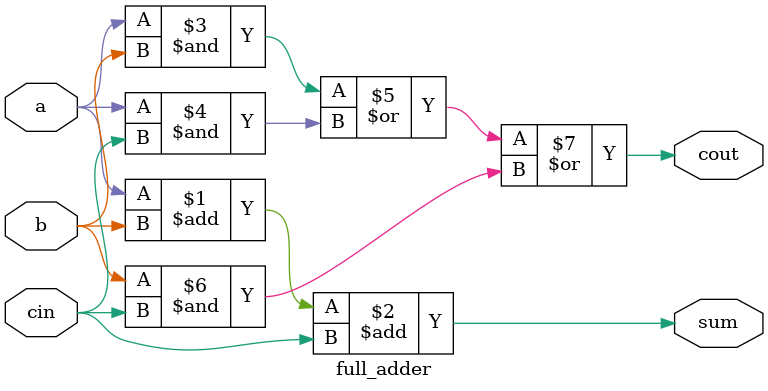
<source format=v>
module full_adder (
    input a,
    input b,
    input cin,
    output sum,
    output cout
);
    assign sum = a + b + cin;
    assign cout = (a & b) | (a & cin) | (b & cin);
    
endmodule
</source>
